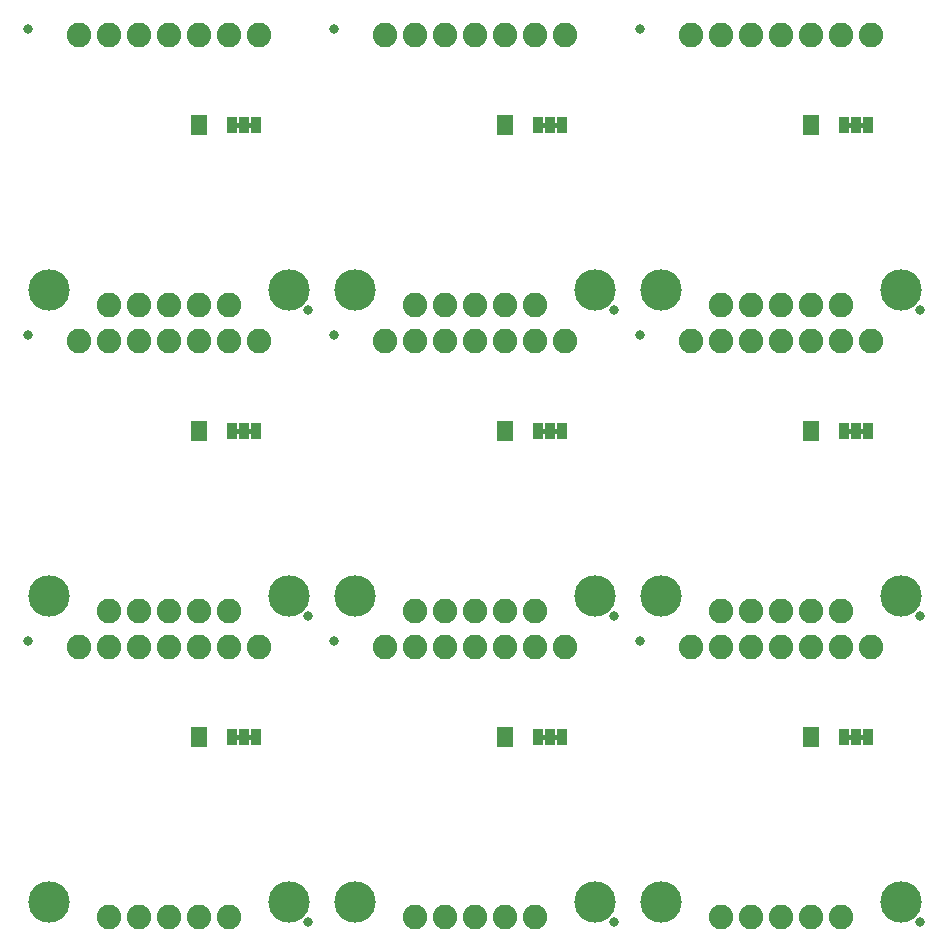
<source format=gbs>
G75*
%MOIN*%
%OFA0B0*%
%FSLAX25Y25*%
%IPPOS*%
%LPD*%
%AMOC8*
5,1,8,0,0,1.08239X$1,22.5*
%
%ADD10C,0.13800*%
%ADD11R,0.03300X0.05800*%
%ADD12C,0.00500*%
%ADD13C,0.08200*%
%ADD14C,0.03300*%
%ADD15R,0.05800X0.03300*%
D10*
X0038750Y0038750D03*
X0118750Y0038750D03*
X0140750Y0038750D03*
X0220750Y0038750D03*
X0242750Y0038750D03*
X0322750Y0038750D03*
X0322750Y0140750D03*
X0242750Y0140750D03*
X0220750Y0140750D03*
X0140750Y0140750D03*
X0118750Y0140750D03*
X0038750Y0140750D03*
X0038750Y0242750D03*
X0118750Y0242750D03*
X0140750Y0242750D03*
X0220750Y0242750D03*
X0242750Y0242750D03*
X0322750Y0242750D03*
D11*
X0311750Y0195750D03*
X0307750Y0195750D03*
X0303750Y0195750D03*
X0209750Y0195750D03*
X0205750Y0195750D03*
X0201750Y0195750D03*
X0107750Y0195750D03*
X0103750Y0195750D03*
X0099750Y0195750D03*
X0099750Y0093750D03*
X0103750Y0093750D03*
X0107750Y0093750D03*
X0201750Y0093750D03*
X0205750Y0093750D03*
X0209750Y0093750D03*
X0303750Y0093750D03*
X0307750Y0093750D03*
X0311750Y0093750D03*
X0311750Y0297750D03*
X0307750Y0297750D03*
X0303750Y0297750D03*
X0209750Y0297750D03*
X0205750Y0297750D03*
X0201750Y0297750D03*
X0107750Y0297750D03*
X0103750Y0297750D03*
X0099750Y0297750D03*
D12*
X0101000Y0297946D02*
X0106500Y0297946D01*
X0106500Y0298250D02*
X0106500Y0297250D01*
X0101000Y0297250D01*
X0101000Y0298250D01*
X0106500Y0298250D01*
X0106500Y0297448D02*
X0101000Y0297448D01*
X0203000Y0297448D02*
X0208500Y0297448D01*
X0208500Y0297250D02*
X0208500Y0298250D01*
X0203000Y0298250D01*
X0203000Y0297250D01*
X0208500Y0297250D01*
X0208500Y0297946D02*
X0203000Y0297946D01*
X0305000Y0297946D02*
X0310500Y0297946D01*
X0310500Y0298250D02*
X0310500Y0297250D01*
X0305000Y0297250D01*
X0305000Y0298250D01*
X0310500Y0298250D01*
X0310500Y0297448D02*
X0305000Y0297448D01*
X0305000Y0196250D02*
X0305000Y0195250D01*
X0310500Y0195250D01*
X0310500Y0196250D01*
X0305000Y0196250D01*
X0310500Y0196250D01*
X0310500Y0195751D02*
X0305000Y0195751D01*
X0305000Y0195253D02*
X0310500Y0195253D01*
X0208500Y0195253D02*
X0203000Y0195253D01*
X0203000Y0195250D02*
X0208500Y0195250D01*
X0208500Y0196250D01*
X0203000Y0196250D01*
X0203000Y0195250D01*
X0203000Y0195751D02*
X0208500Y0195751D01*
X0208500Y0196250D02*
X0203000Y0196250D01*
X0106500Y0196250D02*
X0101000Y0196250D01*
X0101000Y0195250D01*
X0106500Y0195250D01*
X0106500Y0196250D01*
X0101000Y0196250D01*
X0101000Y0195751D02*
X0106500Y0195751D01*
X0106500Y0195253D02*
X0101000Y0195253D01*
X0101000Y0094250D02*
X0101000Y0093250D01*
X0106500Y0093250D01*
X0106500Y0094250D01*
X0101000Y0094250D01*
X0101000Y0094055D02*
X0106500Y0094055D01*
X0106500Y0093556D02*
X0101000Y0093556D01*
X0203000Y0093556D02*
X0208500Y0093556D01*
X0208500Y0093250D02*
X0208500Y0094250D01*
X0203000Y0094250D01*
X0203000Y0093250D01*
X0208500Y0093250D01*
X0208500Y0094055D02*
X0203000Y0094055D01*
X0305000Y0094055D02*
X0310500Y0094055D01*
X0310500Y0094250D02*
X0310500Y0093250D01*
X0305000Y0093250D01*
X0305000Y0094250D01*
X0310500Y0094250D01*
X0310500Y0093556D02*
X0305000Y0093556D01*
D13*
X0302750Y0123750D03*
X0292750Y0123750D03*
X0282750Y0123750D03*
X0272750Y0123750D03*
X0262750Y0123750D03*
X0252750Y0123750D03*
X0262750Y0135750D03*
X0272750Y0135750D03*
X0282750Y0135750D03*
X0292750Y0135750D03*
X0302750Y0135750D03*
X0312750Y0123750D03*
X0302750Y0033750D03*
X0292750Y0033750D03*
X0282750Y0033750D03*
X0272750Y0033750D03*
X0262750Y0033750D03*
X0200750Y0033750D03*
X0190750Y0033750D03*
X0180750Y0033750D03*
X0170750Y0033750D03*
X0160750Y0033750D03*
X0098750Y0033750D03*
X0088750Y0033750D03*
X0078750Y0033750D03*
X0068750Y0033750D03*
X0058750Y0033750D03*
X0058750Y0123750D03*
X0048750Y0123750D03*
X0058750Y0135750D03*
X0068750Y0135750D03*
X0078750Y0135750D03*
X0088750Y0135750D03*
X0098750Y0135750D03*
X0098750Y0123750D03*
X0088750Y0123750D03*
X0078750Y0123750D03*
X0068750Y0123750D03*
X0108750Y0123750D03*
X0150750Y0123750D03*
X0160750Y0123750D03*
X0170750Y0123750D03*
X0180750Y0123750D03*
X0190750Y0123750D03*
X0200750Y0123750D03*
X0210750Y0123750D03*
X0200750Y0135750D03*
X0190750Y0135750D03*
X0180750Y0135750D03*
X0170750Y0135750D03*
X0160750Y0135750D03*
X0160750Y0225750D03*
X0150750Y0225750D03*
X0160750Y0237750D03*
X0170750Y0237750D03*
X0180750Y0237750D03*
X0190750Y0237750D03*
X0200750Y0237750D03*
X0200750Y0225750D03*
X0210750Y0225750D03*
X0190750Y0225750D03*
X0180750Y0225750D03*
X0170750Y0225750D03*
X0108750Y0225750D03*
X0098750Y0225750D03*
X0088750Y0225750D03*
X0078750Y0225750D03*
X0068750Y0225750D03*
X0058750Y0225750D03*
X0048750Y0225750D03*
X0058750Y0237750D03*
X0068750Y0237750D03*
X0078750Y0237750D03*
X0088750Y0237750D03*
X0098750Y0237750D03*
X0098750Y0327750D03*
X0088750Y0327750D03*
X0078750Y0327750D03*
X0068750Y0327750D03*
X0058750Y0327750D03*
X0048750Y0327750D03*
X0108750Y0327750D03*
X0150750Y0327750D03*
X0160750Y0327750D03*
X0170750Y0327750D03*
X0180750Y0327750D03*
X0190750Y0327750D03*
X0200750Y0327750D03*
X0210750Y0327750D03*
X0252750Y0327750D03*
X0262750Y0327750D03*
X0272750Y0327750D03*
X0282750Y0327750D03*
X0292750Y0327750D03*
X0302750Y0327750D03*
X0312750Y0327750D03*
X0302750Y0237750D03*
X0292750Y0237750D03*
X0282750Y0237750D03*
X0272750Y0237750D03*
X0262750Y0237750D03*
X0262750Y0225750D03*
X0272750Y0225750D03*
X0282750Y0225750D03*
X0292750Y0225750D03*
X0302750Y0225750D03*
X0312750Y0225750D03*
X0252750Y0225750D03*
D14*
X0235750Y0227750D03*
X0227250Y0236250D03*
X0133750Y0227750D03*
X0125250Y0236250D03*
X0031750Y0227750D03*
X0125250Y0134250D03*
X0133750Y0125750D03*
X0227250Y0134250D03*
X0235750Y0125750D03*
X0329250Y0134250D03*
X0329250Y0032250D03*
X0227250Y0032250D03*
X0125250Y0032250D03*
X0031750Y0125750D03*
X0031750Y0329750D03*
X0133750Y0329750D03*
X0235750Y0329750D03*
X0329250Y0236250D03*
D15*
X0292750Y0197350D03*
X0292750Y0194150D03*
X0190750Y0194150D03*
X0190750Y0197350D03*
X0088750Y0197350D03*
X0088750Y0194150D03*
X0088750Y0095350D03*
X0088750Y0092150D03*
X0190750Y0092150D03*
X0190750Y0095350D03*
X0292750Y0095350D03*
X0292750Y0092150D03*
X0292750Y0296150D03*
X0292750Y0299350D03*
X0190750Y0299350D03*
X0190750Y0296150D03*
X0088750Y0296150D03*
X0088750Y0299350D03*
M02*

</source>
